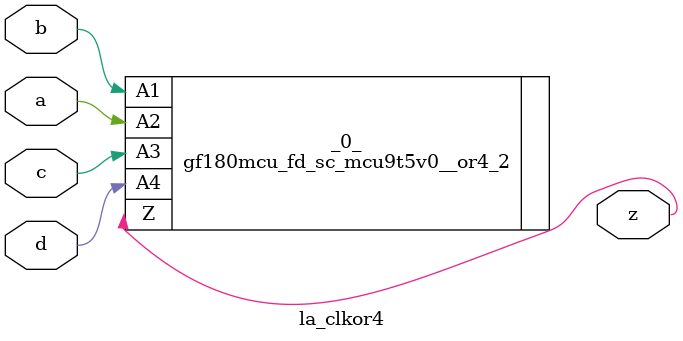
<source format=v>
/* Generated by Yosys 0.37 (git sha1 a5c7f69ed, clang 14.0.0-1ubuntu1.1 -fPIC -Os) */

module la_clkor4(a, b, c, d, z);
  input a;
  wire a;
  input b;
  wire b;
  input c;
  wire c;
  input d;
  wire d;
  output z;
  wire z;
  gf180mcu_fd_sc_mcu9t5v0__or4_2 _0_ (
    .A1(b),
    .A2(a),
    .A3(c),
    .A4(d),
    .Z(z)
  );
endmodule

</source>
